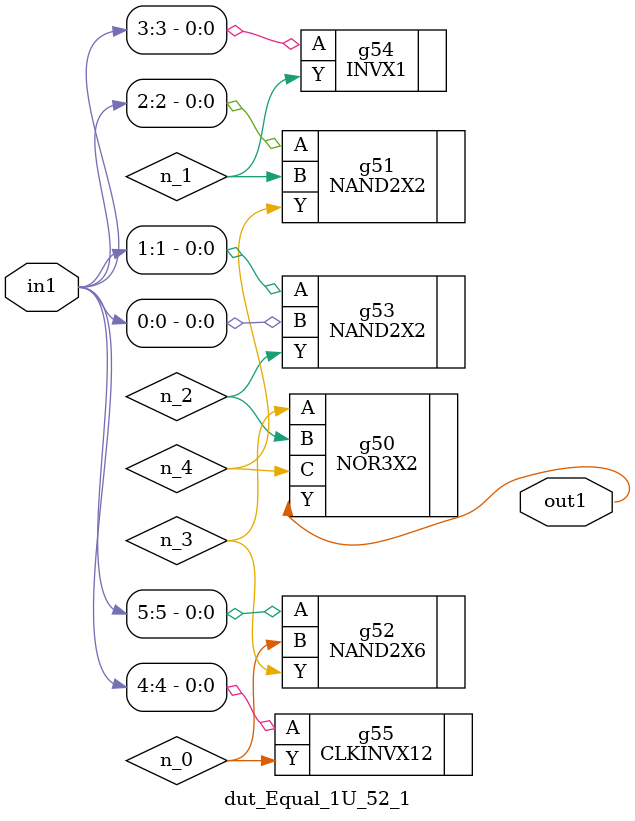
<source format=v>
`timescale 1ps / 1ps


module dut_Equal_1U_52_1(in1, out1);
  input [5:0] in1;
  output out1;
  wire [5:0] in1;
  wire out1;
  wire n_0, n_1, n_2, n_3, n_4;
  NOR3X2 g50(.A (n_3), .B (n_2), .C (n_4), .Y (out1));
  NAND2X2 g51(.A (in1[2]), .B (n_1), .Y (n_4));
  NAND2X6 g52(.A (in1[5]), .B (n_0), .Y (n_3));
  NAND2X2 g53(.A (in1[1]), .B (in1[0]), .Y (n_2));
  INVX1 g54(.A (in1[3]), .Y (n_1));
  CLKINVX12 g55(.A (in1[4]), .Y (n_0));
endmodule



</source>
